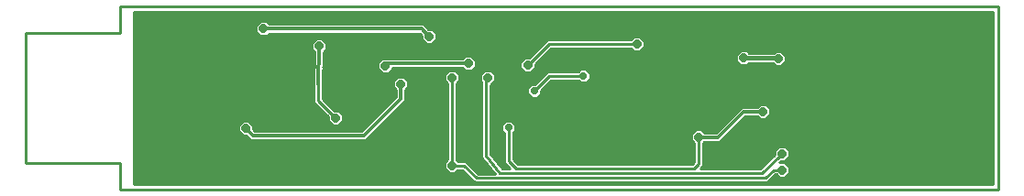
<source format=gbl>
G75*
%MOIN*%
%OFA0B0*%
%FSLAX25Y25*%
%IPPOS*%
%LPD*%
%AMOC8*
5,1,8,0,0,1.08239X$1,22.5*
%
%ADD10C,0.01000*%
%ADD11OC8,0.03169*%
%ADD12C,0.01200*%
%ADD13C,0.01600*%
%ADD14OC8,0.02775*%
D10*
X0035752Y0003355D02*
X0035752Y0013198D01*
X0001500Y0013198D01*
X0001500Y0060442D01*
X0035752Y0060442D01*
X0035752Y0070285D01*
X0355043Y0070285D01*
X0355043Y0003355D01*
X0035752Y0003355D01*
X0040870Y0005355D02*
X0040870Y0068285D01*
X0353043Y0068285D01*
X0353043Y0005355D01*
X0040870Y0005355D01*
X0040870Y0006351D02*
X0164549Y0006351D01*
X0164814Y0006086D02*
X0271257Y0006086D01*
X0272194Y0007023D01*
X0274210Y0009039D01*
X0274304Y0009039D01*
X0275388Y0007955D01*
X0277612Y0007955D01*
X0279184Y0009527D01*
X0279184Y0011751D01*
X0277612Y0013323D01*
X0275471Y0013323D01*
X0276043Y0013860D01*
X0277612Y0013860D01*
X0279184Y0015433D01*
X0279184Y0017656D01*
X0277612Y0019229D01*
X0275388Y0019229D01*
X0273816Y0017656D01*
X0273816Y0016158D01*
X0268386Y0011058D01*
X0246701Y0011058D01*
X0246848Y0011204D01*
X0247785Y0012142D01*
X0247785Y0020451D01*
X0248084Y0020750D01*
X0253779Y0020750D01*
X0254775Y0021746D01*
X0263228Y0030199D01*
X0267317Y0030199D01*
X0268302Y0029215D01*
X0270525Y0029215D01*
X0272098Y0030787D01*
X0272098Y0033011D01*
X0270525Y0034583D01*
X0268302Y0034583D01*
X0267317Y0033599D01*
X0261819Y0033599D01*
X0252371Y0024150D01*
X0248478Y0024150D01*
X0247297Y0025331D01*
X0245073Y0025331D01*
X0243501Y0023759D01*
X0243501Y0021535D01*
X0244585Y0020451D01*
X0244585Y0013467D01*
X0243947Y0012829D01*
X0180312Y0012829D01*
X0178691Y0014451D01*
X0178691Y0024076D01*
X0179578Y0024963D01*
X0179578Y0027024D01*
X0178121Y0028481D01*
X0176060Y0028481D01*
X0174603Y0027024D01*
X0174603Y0024963D01*
X0175491Y0024076D01*
X0175491Y0013126D01*
X0176428Y0012189D01*
X0177559Y0011058D01*
X0174702Y0011058D01*
X0170423Y0016325D01*
X0170423Y0041616D01*
X0170525Y0041616D01*
X0172098Y0043188D01*
X0172098Y0045412D01*
X0170525Y0046985D01*
X0168302Y0046985D01*
X0166729Y0045412D01*
X0166729Y0043188D01*
X0167223Y0042695D01*
X0167223Y0015840D01*
X0167163Y0015262D01*
X0167223Y0015189D01*
X0167223Y0015094D01*
X0167633Y0014684D01*
X0172019Y0009286D01*
X0166139Y0009286D01*
X0162549Y0012876D01*
X0161612Y0013814D01*
X0158617Y0013814D01*
X0158021Y0014410D01*
X0158021Y0042104D01*
X0159105Y0043188D01*
X0159105Y0045412D01*
X0157533Y0046985D01*
X0155309Y0046985D01*
X0153737Y0045412D01*
X0153737Y0043188D01*
X0154821Y0042104D01*
X0154821Y0014410D01*
X0153737Y0013326D01*
X0153737Y0011102D01*
X0155309Y0009529D01*
X0157533Y0009529D01*
X0158617Y0010614D01*
X0160286Y0010614D01*
X0164814Y0006086D01*
X0163550Y0007349D02*
X0040870Y0007349D01*
X0040870Y0008348D02*
X0162552Y0008348D01*
X0165476Y0007686D02*
X0160949Y0012214D01*
X0156421Y0012214D01*
X0156421Y0044300D01*
X0153737Y0044294D02*
X0139160Y0044294D01*
X0138832Y0044622D02*
X0136609Y0044622D01*
X0135036Y0043050D01*
X0135036Y0040826D01*
X0136020Y0039842D01*
X0136020Y0037327D01*
X0123630Y0024937D01*
X0084684Y0024937D01*
X0084105Y0025516D01*
X0084105Y0026908D01*
X0082533Y0028481D01*
X0080309Y0028481D01*
X0078737Y0026908D01*
X0078737Y0024685D01*
X0080309Y0023112D01*
X0081701Y0023112D01*
X0082280Y0022533D01*
X0083276Y0021537D01*
X0125039Y0021537D01*
X0138425Y0034923D01*
X0139420Y0035919D01*
X0139420Y0039842D01*
X0140405Y0040826D01*
X0140405Y0043050D01*
X0138832Y0044622D01*
X0136281Y0044294D02*
X0109505Y0044294D01*
X0109476Y0043296D02*
X0135282Y0043296D01*
X0135036Y0042297D02*
X0109447Y0042297D01*
X0107732Y0041762D02*
X0107732Y0035962D01*
X0114100Y0029593D01*
X0111416Y0029317D02*
X0040870Y0029317D01*
X0040870Y0030315D02*
X0111115Y0030315D01*
X0111416Y0030015D02*
X0111416Y0028481D01*
X0112988Y0026909D01*
X0115212Y0026909D01*
X0116784Y0028481D01*
X0116784Y0030705D01*
X0115212Y0032277D01*
X0113678Y0032277D01*
X0109331Y0036624D01*
X0109331Y0040935D01*
X0109411Y0041009D01*
X0109771Y0053605D01*
X0110816Y0054650D01*
X0110816Y0056874D01*
X0109243Y0058446D01*
X0107020Y0058446D01*
X0105447Y0056874D01*
X0105447Y0054650D01*
X0106373Y0053725D01*
X0106012Y0041106D01*
X0106132Y0040980D01*
X0106132Y0035299D01*
X0111416Y0030015D01*
X0110117Y0031314D02*
X0040870Y0031314D01*
X0040870Y0032312D02*
X0109118Y0032312D01*
X0108120Y0033311D02*
X0040870Y0033311D01*
X0040870Y0034309D02*
X0107121Y0034309D01*
X0106132Y0035308D02*
X0040870Y0035308D01*
X0040870Y0036306D02*
X0106132Y0036306D01*
X0106132Y0037305D02*
X0040870Y0037305D01*
X0040870Y0038303D02*
X0106132Y0038303D01*
X0106132Y0039302D02*
X0040870Y0039302D01*
X0040870Y0040300D02*
X0106132Y0040300D01*
X0106018Y0041299D02*
X0040870Y0041299D01*
X0040870Y0042297D02*
X0106046Y0042297D01*
X0106075Y0043296D02*
X0040870Y0043296D01*
X0040870Y0044294D02*
X0106103Y0044294D01*
X0106132Y0045293D02*
X0040870Y0045293D01*
X0040870Y0046291D02*
X0106160Y0046291D01*
X0106189Y0047290D02*
X0040870Y0047290D01*
X0040870Y0048288D02*
X0106217Y0048288D01*
X0106246Y0049287D02*
X0040870Y0049287D01*
X0040870Y0050285D02*
X0106274Y0050285D01*
X0106303Y0051284D02*
X0040870Y0051284D01*
X0040870Y0052283D02*
X0106331Y0052283D01*
X0106360Y0053281D02*
X0040870Y0053281D01*
X0040870Y0054280D02*
X0105818Y0054280D01*
X0109761Y0053281D02*
X0186171Y0053281D01*
X0187169Y0054280D02*
X0110445Y0054280D01*
X0110816Y0055278D02*
X0188168Y0055278D01*
X0189166Y0056277D02*
X0110816Y0056277D01*
X0110414Y0057275D02*
X0146343Y0057275D01*
X0147042Y0056577D02*
X0145469Y0058149D01*
X0145469Y0059541D01*
X0144693Y0060317D01*
X0090013Y0060317D01*
X0089029Y0059333D01*
X0086805Y0059333D01*
X0085233Y0060905D01*
X0085233Y0063129D01*
X0086805Y0064701D01*
X0089029Y0064701D01*
X0090013Y0063717D01*
X0146102Y0063717D01*
X0147873Y0061945D01*
X0149265Y0061945D01*
X0150838Y0060373D01*
X0150838Y0058149D01*
X0149265Y0056577D01*
X0147042Y0056577D01*
X0149964Y0057275D02*
X0190165Y0057275D01*
X0190057Y0057168D02*
X0184402Y0051512D01*
X0182868Y0051512D01*
X0181296Y0049940D01*
X0181296Y0047716D01*
X0182868Y0046144D01*
X0185092Y0046144D01*
X0186665Y0047716D01*
X0186665Y0049249D01*
X0192320Y0054905D01*
X0221548Y0054905D01*
X0222632Y0053821D01*
X0224856Y0053821D01*
X0226428Y0055393D01*
X0226428Y0057617D01*
X0224856Y0059189D01*
X0222632Y0059189D01*
X0221548Y0058105D01*
X0190995Y0058105D01*
X0190057Y0057168D01*
X0191657Y0056505D02*
X0223744Y0056505D01*
X0226428Y0056277D02*
X0353043Y0056277D01*
X0353043Y0057275D02*
X0226428Y0057275D01*
X0225772Y0058274D02*
X0353043Y0058274D01*
X0353043Y0059272D02*
X0150838Y0059272D01*
X0150838Y0058274D02*
X0221717Y0058274D01*
X0220594Y0059852D02*
X0220988Y0060245D01*
X0220594Y0059852D02*
X0220004Y0059852D01*
X0226313Y0055278D02*
X0353043Y0055278D01*
X0353043Y0054280D02*
X0225315Y0054280D01*
X0222174Y0054280D02*
X0191695Y0054280D01*
X0190696Y0053281D02*
X0260622Y0053281D01*
X0259839Y0052499D02*
X0259839Y0050275D01*
X0261412Y0048703D01*
X0263635Y0048703D01*
X0264420Y0049487D01*
X0273029Y0049487D01*
X0274010Y0048506D01*
X0276234Y0048506D01*
X0277806Y0050078D01*
X0277806Y0052302D01*
X0276234Y0053874D01*
X0274010Y0053874D01*
X0273423Y0053287D01*
X0264420Y0053287D01*
X0263635Y0054071D01*
X0261412Y0054071D01*
X0259839Y0052499D01*
X0259839Y0052283D02*
X0189698Y0052283D01*
X0188699Y0051284D02*
X0259839Y0051284D01*
X0259839Y0050285D02*
X0187701Y0050285D01*
X0186702Y0049287D02*
X0260827Y0049287D01*
X0264220Y0049287D02*
X0273229Y0049287D01*
X0277015Y0049287D02*
X0353043Y0049287D01*
X0353043Y0050285D02*
X0277806Y0050285D01*
X0277806Y0051284D02*
X0353043Y0051284D01*
X0353043Y0052283D02*
X0277806Y0052283D01*
X0276827Y0053281D02*
X0353043Y0053281D01*
X0353043Y0048288D02*
X0186665Y0048288D01*
X0183980Y0048828D02*
X0191657Y0056505D01*
X0185172Y0052283D02*
X0109733Y0052283D01*
X0109704Y0051284D02*
X0131066Y0051284D01*
X0131097Y0051315D02*
X0129524Y0049743D01*
X0129524Y0047519D01*
X0131097Y0045947D01*
X0133321Y0045947D01*
X0134893Y0047519D01*
X0134893Y0047718D01*
X0160231Y0047718D01*
X0161215Y0046734D01*
X0163439Y0046734D01*
X0165011Y0048307D01*
X0165011Y0050530D01*
X0163439Y0052103D01*
X0161215Y0052103D01*
X0160231Y0051118D01*
X0133517Y0051118D01*
X0133321Y0051315D01*
X0131097Y0051315D01*
X0133352Y0051284D02*
X0160396Y0051284D01*
X0164257Y0051284D02*
X0182640Y0051284D01*
X0181642Y0050285D02*
X0165011Y0050285D01*
X0165011Y0049287D02*
X0181296Y0049287D01*
X0181296Y0048288D02*
X0164993Y0048288D01*
X0163994Y0047290D02*
X0181722Y0047290D01*
X0182721Y0046291D02*
X0171218Y0046291D01*
X0172098Y0045293D02*
X0189994Y0045293D01*
X0190254Y0045554D02*
X0186567Y0041866D01*
X0185312Y0041866D01*
X0183855Y0040409D01*
X0183855Y0038349D01*
X0185312Y0036892D01*
X0187373Y0036892D01*
X0188830Y0038349D01*
X0188830Y0039604D01*
X0192517Y0043291D01*
X0202338Y0043291D01*
X0203226Y0042403D01*
X0205286Y0042403D01*
X0206743Y0043861D01*
X0206743Y0045921D01*
X0205286Y0047378D01*
X0203226Y0047378D01*
X0202338Y0046491D01*
X0191192Y0046491D01*
X0190254Y0045554D01*
X0190992Y0046291D02*
X0185240Y0046291D01*
X0186238Y0047290D02*
X0203137Y0047290D01*
X0205375Y0047290D02*
X0353043Y0047290D01*
X0353043Y0046291D02*
X0206373Y0046291D01*
X0206743Y0045293D02*
X0353043Y0045293D01*
X0353043Y0044294D02*
X0206743Y0044294D01*
X0206179Y0043296D02*
X0353043Y0043296D01*
X0353043Y0042297D02*
X0191524Y0042297D01*
X0187997Y0043296D02*
X0172098Y0043296D01*
X0172098Y0044294D02*
X0188995Y0044294D01*
X0191854Y0044891D02*
X0204256Y0044891D01*
X0191854Y0044891D02*
X0186343Y0039379D01*
X0188830Y0039302D02*
X0353043Y0039302D01*
X0353043Y0040300D02*
X0189527Y0040300D01*
X0190525Y0041299D02*
X0353043Y0041299D01*
X0353043Y0038303D02*
X0188784Y0038303D01*
X0183901Y0038303D02*
X0170423Y0038303D01*
X0170423Y0039302D02*
X0183855Y0039302D01*
X0183855Y0040300D02*
X0170423Y0040300D01*
X0170423Y0041299D02*
X0184745Y0041299D01*
X0186998Y0042297D02*
X0171207Y0042297D01*
X0167223Y0042297D02*
X0158214Y0042297D01*
X0159105Y0043296D02*
X0166729Y0043296D01*
X0166729Y0044294D02*
X0159105Y0044294D01*
X0153737Y0043296D02*
X0140159Y0043296D01*
X0140405Y0042297D02*
X0154628Y0042297D01*
X0154821Y0041299D02*
X0140405Y0041299D01*
X0139879Y0040300D02*
X0154821Y0040300D01*
X0154821Y0039302D02*
X0139420Y0039302D01*
X0139420Y0038303D02*
X0154821Y0038303D01*
X0158021Y0038303D02*
X0167223Y0038303D01*
X0167223Y0039302D02*
X0158021Y0039302D01*
X0158021Y0040300D02*
X0167223Y0040300D01*
X0167223Y0041299D02*
X0158021Y0041299D01*
X0168823Y0043710D02*
X0169413Y0044300D01*
X0168823Y0043710D02*
X0168823Y0015757D01*
X0173941Y0009458D01*
X0269020Y0009458D01*
X0275516Y0015560D01*
X0275516Y0016544D01*
X0276500Y0016544D01*
X0279184Y0016336D02*
X0353043Y0016336D01*
X0353043Y0015338D02*
X0279089Y0015338D01*
X0278091Y0014339D02*
X0353043Y0014339D01*
X0353043Y0013341D02*
X0275490Y0013341D01*
X0278593Y0012342D02*
X0353043Y0012342D01*
X0353043Y0011344D02*
X0279184Y0011344D01*
X0279184Y0010345D02*
X0353043Y0010345D01*
X0353043Y0009347D02*
X0279004Y0009347D01*
X0276500Y0010639D02*
X0273547Y0010639D01*
X0270594Y0007686D01*
X0165476Y0007686D01*
X0166079Y0009347D02*
X0171970Y0009347D01*
X0171159Y0010345D02*
X0165080Y0010345D01*
X0164082Y0011344D02*
X0170347Y0011344D01*
X0174470Y0011344D02*
X0177273Y0011344D01*
X0179650Y0011229D02*
X0177091Y0013789D01*
X0177091Y0025993D01*
X0179578Y0026321D02*
X0254542Y0026321D01*
X0253543Y0025323D02*
X0247305Y0025323D01*
X0245065Y0025323D02*
X0179578Y0025323D01*
X0178939Y0024324D02*
X0244066Y0024324D01*
X0243501Y0023326D02*
X0178691Y0023326D01*
X0178691Y0022327D02*
X0243501Y0022327D01*
X0246185Y0022647D02*
X0246185Y0012804D01*
X0244610Y0011229D01*
X0179650Y0011229D01*
X0176274Y0012342D02*
X0173659Y0012342D01*
X0172848Y0013341D02*
X0175491Y0013341D01*
X0175491Y0014339D02*
X0172036Y0014339D01*
X0168725Y0013341D02*
X0162085Y0013341D01*
X0163083Y0012342D02*
X0169536Y0012342D01*
X0167913Y0014339D02*
X0158092Y0014339D01*
X0154751Y0014339D02*
X0040870Y0014339D01*
X0040870Y0013341D02*
X0153752Y0013341D01*
X0153737Y0012342D02*
X0040870Y0012342D01*
X0040870Y0011344D02*
X0153737Y0011344D01*
X0154494Y0010345D02*
X0040870Y0010345D01*
X0040870Y0009347D02*
X0161553Y0009347D01*
X0160555Y0010345D02*
X0158349Y0010345D01*
X0178803Y0014339D02*
X0244585Y0014339D01*
X0244459Y0013341D02*
X0179801Y0013341D01*
X0178691Y0015338D02*
X0244585Y0015338D01*
X0244585Y0016336D02*
X0178691Y0016336D01*
X0178691Y0017335D02*
X0244585Y0017335D01*
X0244585Y0018333D02*
X0178691Y0018333D01*
X0175491Y0018333D02*
X0170423Y0018333D01*
X0170423Y0017335D02*
X0175491Y0017335D01*
X0175491Y0016336D02*
X0170423Y0016336D01*
X0171225Y0015338D02*
X0175491Y0015338D01*
X0167171Y0015338D02*
X0158021Y0015338D01*
X0158021Y0016336D02*
X0167223Y0016336D01*
X0167223Y0017335D02*
X0158021Y0017335D01*
X0158021Y0018333D02*
X0167223Y0018333D01*
X0167223Y0019332D02*
X0158021Y0019332D01*
X0158021Y0020330D02*
X0167223Y0020330D01*
X0167223Y0021329D02*
X0158021Y0021329D01*
X0154821Y0021329D02*
X0040870Y0021329D01*
X0040870Y0020330D02*
X0154821Y0020330D01*
X0154821Y0019332D02*
X0040870Y0019332D01*
X0040870Y0018333D02*
X0154821Y0018333D01*
X0154821Y0017335D02*
X0040870Y0017335D01*
X0040870Y0016336D02*
X0154821Y0016336D01*
X0154821Y0015338D02*
X0040870Y0015338D01*
X0040870Y0022327D02*
X0082486Y0022327D01*
X0080096Y0023326D02*
X0040870Y0023326D01*
X0040870Y0024324D02*
X0079097Y0024324D01*
X0078737Y0025323D02*
X0040870Y0025323D01*
X0040870Y0026321D02*
X0078737Y0026321D01*
X0079148Y0027320D02*
X0040870Y0027320D01*
X0040870Y0028318D02*
X0080147Y0028318D01*
X0082696Y0028318D02*
X0111579Y0028318D01*
X0112577Y0027320D02*
X0083694Y0027320D01*
X0084105Y0026321D02*
X0125014Y0026321D01*
X0124016Y0025323D02*
X0084299Y0025323D01*
X0113644Y0032312D02*
X0131005Y0032312D01*
X0132004Y0033311D02*
X0112645Y0033311D01*
X0111647Y0034309D02*
X0133002Y0034309D01*
X0136812Y0033311D02*
X0154821Y0033311D01*
X0154821Y0034309D02*
X0137811Y0034309D01*
X0138809Y0035308D02*
X0154821Y0035308D01*
X0154821Y0036306D02*
X0139420Y0036306D01*
X0139420Y0037305D02*
X0154821Y0037305D01*
X0158021Y0037305D02*
X0167223Y0037305D01*
X0167223Y0036306D02*
X0158021Y0036306D01*
X0158021Y0035308D02*
X0167223Y0035308D01*
X0170423Y0035308D02*
X0353043Y0035308D01*
X0353043Y0036306D02*
X0170423Y0036306D01*
X0170423Y0037305D02*
X0184899Y0037305D01*
X0187786Y0037305D02*
X0353043Y0037305D01*
X0353043Y0034309D02*
X0270799Y0034309D01*
X0271797Y0033311D02*
X0353043Y0033311D01*
X0353043Y0032312D02*
X0272098Y0032312D01*
X0272098Y0031314D02*
X0353043Y0031314D01*
X0353043Y0030315D02*
X0271626Y0030315D01*
X0270627Y0029317D02*
X0353043Y0029317D01*
X0353043Y0028318D02*
X0261347Y0028318D01*
X0260349Y0027320D02*
X0353043Y0027320D01*
X0353043Y0026321D02*
X0259350Y0026321D01*
X0258352Y0025323D02*
X0353043Y0025323D01*
X0353043Y0024324D02*
X0257353Y0024324D01*
X0256355Y0023326D02*
X0353043Y0023326D01*
X0353043Y0022327D02*
X0255356Y0022327D01*
X0254358Y0021329D02*
X0353043Y0021329D01*
X0353043Y0020330D02*
X0247785Y0020330D01*
X0247785Y0019332D02*
X0353043Y0019332D01*
X0353043Y0018333D02*
X0278507Y0018333D01*
X0279184Y0017335D02*
X0353043Y0017335D01*
X0353043Y0008348D02*
X0278005Y0008348D01*
X0274995Y0008348D02*
X0273519Y0008348D01*
X0272521Y0007349D02*
X0353043Y0007349D01*
X0353043Y0006351D02*
X0271522Y0006351D01*
X0268690Y0011344D02*
X0246987Y0011344D01*
X0247785Y0012342D02*
X0269753Y0012342D01*
X0270816Y0013341D02*
X0247785Y0013341D01*
X0247785Y0014339D02*
X0271879Y0014339D01*
X0272942Y0015338D02*
X0247785Y0015338D01*
X0247785Y0016336D02*
X0273816Y0016336D01*
X0273816Y0017335D02*
X0247785Y0017335D01*
X0247785Y0018333D02*
X0274493Y0018333D01*
X0252545Y0024324D02*
X0248304Y0024324D01*
X0243707Y0021329D02*
X0178691Y0021329D01*
X0178691Y0020330D02*
X0244585Y0020330D01*
X0244585Y0019332D02*
X0178691Y0019332D01*
X0175491Y0019332D02*
X0170423Y0019332D01*
X0170423Y0020330D02*
X0175491Y0020330D01*
X0175491Y0021329D02*
X0170423Y0021329D01*
X0170423Y0022327D02*
X0175491Y0022327D01*
X0175491Y0023326D02*
X0170423Y0023326D01*
X0170423Y0024324D02*
X0175242Y0024324D01*
X0174603Y0025323D02*
X0170423Y0025323D01*
X0170423Y0026321D02*
X0174603Y0026321D01*
X0174899Y0027320D02*
X0170423Y0027320D01*
X0170423Y0028318D02*
X0175898Y0028318D01*
X0178283Y0028318D02*
X0256539Y0028318D01*
X0255540Y0027320D02*
X0179282Y0027320D01*
X0170423Y0029317D02*
X0257537Y0029317D01*
X0258536Y0030315D02*
X0170423Y0030315D01*
X0170423Y0031314D02*
X0259534Y0031314D01*
X0260533Y0032312D02*
X0170423Y0032312D01*
X0170423Y0033311D02*
X0261531Y0033311D01*
X0268028Y0034309D02*
X0170423Y0034309D01*
X0167223Y0034309D02*
X0158021Y0034309D01*
X0158021Y0033311D02*
X0167223Y0033311D01*
X0167223Y0032312D02*
X0158021Y0032312D01*
X0154821Y0032312D02*
X0135814Y0032312D01*
X0134815Y0031314D02*
X0154821Y0031314D01*
X0154821Y0030315D02*
X0133817Y0030315D01*
X0132818Y0029317D02*
X0154821Y0029317D01*
X0158021Y0029317D02*
X0167223Y0029317D01*
X0167223Y0030315D02*
X0158021Y0030315D01*
X0158021Y0031314D02*
X0167223Y0031314D01*
X0167223Y0028318D02*
X0158021Y0028318D01*
X0158021Y0027320D02*
X0167223Y0027320D01*
X0167223Y0026321D02*
X0158021Y0026321D01*
X0158021Y0025323D02*
X0167223Y0025323D01*
X0167223Y0024324D02*
X0158021Y0024324D01*
X0158021Y0023326D02*
X0167223Y0023326D01*
X0167223Y0022327D02*
X0158021Y0022327D01*
X0154821Y0022327D02*
X0125829Y0022327D01*
X0126827Y0023326D02*
X0154821Y0023326D01*
X0154821Y0024324D02*
X0127826Y0024324D01*
X0128824Y0025323D02*
X0154821Y0025323D01*
X0154821Y0026321D02*
X0129823Y0026321D01*
X0130821Y0027320D02*
X0154821Y0027320D01*
X0154821Y0028318D02*
X0131820Y0028318D01*
X0127011Y0028318D02*
X0116621Y0028318D01*
X0115623Y0027320D02*
X0126013Y0027320D01*
X0128010Y0029317D02*
X0116784Y0029317D01*
X0116784Y0030315D02*
X0129008Y0030315D01*
X0130007Y0031314D02*
X0116176Y0031314D01*
X0110648Y0035308D02*
X0134001Y0035308D01*
X0134999Y0036306D02*
X0109650Y0036306D01*
X0109331Y0037305D02*
X0135998Y0037305D01*
X0136020Y0038303D02*
X0109331Y0038303D01*
X0109331Y0039302D02*
X0136020Y0039302D01*
X0135562Y0040300D02*
X0109331Y0040300D01*
X0109419Y0041299D02*
X0135036Y0041299D01*
X0153737Y0045293D02*
X0109533Y0045293D01*
X0109562Y0046291D02*
X0130752Y0046291D01*
X0129754Y0047290D02*
X0109590Y0047290D01*
X0109619Y0048288D02*
X0129524Y0048288D01*
X0129524Y0049287D02*
X0109647Y0049287D01*
X0109676Y0050285D02*
X0130067Y0050285D01*
X0134664Y0047290D02*
X0160659Y0047290D01*
X0158226Y0046291D02*
X0167608Y0046291D01*
X0166729Y0045293D02*
X0159105Y0045293D01*
X0154616Y0046291D02*
X0133665Y0046291D01*
X0105447Y0055278D02*
X0040870Y0055278D01*
X0040870Y0056277D02*
X0105447Y0056277D01*
X0105849Y0057275D02*
X0040870Y0057275D01*
X0040870Y0058274D02*
X0106847Y0058274D01*
X0109416Y0058274D02*
X0145469Y0058274D01*
X0145469Y0059272D02*
X0040870Y0059272D01*
X0040870Y0060271D02*
X0085867Y0060271D01*
X0089967Y0060271D02*
X0144740Y0060271D01*
X0149941Y0061269D02*
X0353043Y0061269D01*
X0353043Y0062268D02*
X0147551Y0062268D01*
X0146553Y0063266D02*
X0353043Y0063266D01*
X0353043Y0064265D02*
X0089466Y0064265D01*
X0086369Y0064265D02*
X0040870Y0064265D01*
X0040870Y0063266D02*
X0085370Y0063266D01*
X0085233Y0062268D02*
X0040870Y0062268D01*
X0040870Y0061269D02*
X0085233Y0061269D01*
X0040870Y0065263D02*
X0353043Y0065263D01*
X0353043Y0066262D02*
X0040870Y0066262D01*
X0040870Y0067260D02*
X0353043Y0067260D01*
X0353043Y0068259D02*
X0040870Y0068259D01*
X0150838Y0060271D02*
X0353043Y0060271D01*
X0268199Y0029317D02*
X0262346Y0029317D01*
D11*
X0269413Y0031899D03*
X0255634Y0035836D03*
X0269610Y0040757D03*
X0252091Y0049025D03*
X0262524Y0051387D03*
X0275122Y0051190D03*
X0223744Y0056505D03*
X0220004Y0059852D03*
X0238705Y0063395D03*
X0220791Y0052174D03*
X0200319Y0050206D03*
X0183980Y0048828D03*
X0168429Y0050993D03*
X0162327Y0049418D03*
X0156421Y0044300D03*
X0169413Y0044300D03*
X0137720Y0041938D03*
X0132209Y0048631D03*
X0115916Y0051937D03*
X0108132Y0055762D03*
X0087917Y0062017D03*
X0100122Y0065560D03*
X0148154Y0059261D03*
X0165083Y0060245D03*
X0186539Y0063198D03*
X0223547Y0042135D03*
X0218232Y0025206D03*
X0246185Y0022647D03*
X0276500Y0016544D03*
X0276500Y0010639D03*
X0277369Y0022562D03*
X0182602Y0019891D03*
X0156421Y0012214D03*
X0119906Y0017174D03*
X0081421Y0025796D03*
X0114100Y0029593D03*
X0046776Y0050600D03*
D12*
X0087917Y0062017D02*
X0145398Y0062017D01*
X0148154Y0059261D01*
X0161343Y0063198D02*
X0161736Y0062804D01*
X0165083Y0060245D01*
X0186539Y0063198D02*
X0187130Y0064576D01*
X0187917Y0063789D01*
X0223547Y0042135D02*
X0233980Y0064576D01*
X0238705Y0063395D02*
X0248744Y0059655D01*
X0248350Y0059261D01*
X0221972Y0052174D02*
X0220791Y0052174D01*
X0201106Y0049615D02*
X0200516Y0050206D01*
X0200319Y0050206D01*
X0223547Y0042135D02*
X0232012Y0045678D01*
X0252091Y0049025D02*
X0255437Y0044694D01*
X0255831Y0045088D01*
X0272563Y0035836D02*
X0272957Y0036229D01*
X0269413Y0031899D02*
X0262524Y0031899D01*
X0253075Y0022450D01*
X0246382Y0022450D01*
X0246185Y0022647D01*
X0219217Y0026190D02*
X0218232Y0025206D01*
X0182799Y0021072D02*
X0182602Y0020875D01*
X0182602Y0019891D01*
X0137720Y0036623D02*
X0124335Y0023237D01*
X0083980Y0023237D01*
X0081421Y0025796D01*
X0137720Y0036623D02*
X0137720Y0041938D01*
X0107732Y0041762D02*
X0108132Y0055762D01*
X0132209Y0048631D02*
X0132996Y0049418D01*
X0162327Y0049418D01*
X0168429Y0050993D02*
X0168429Y0051781D01*
X0168626Y0051977D01*
X0103469Y0066544D02*
X0100122Y0065560D01*
D13*
X0047760Y0050600D02*
X0046776Y0050600D01*
X0262524Y0051387D02*
X0274925Y0051387D01*
X0275122Y0051190D01*
D14*
X0204256Y0044891D03*
X0186343Y0039379D03*
X0177091Y0025993D03*
M02*

</source>
